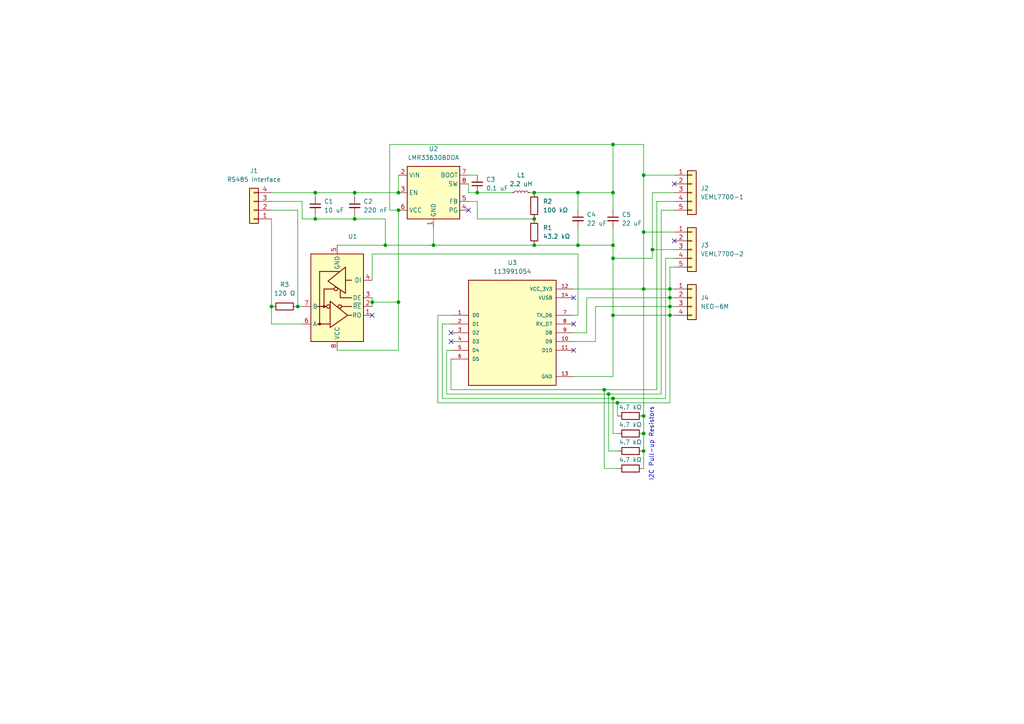
<source format=kicad_sch>
(kicad_sch (version 20250114) (generator "eeschema") (generator_version "9.0")
  (paper "A4")
  (title_block (title "EGR101 Module Schematic"))
  (lib_symbols
    (symbol "113991054:113991054" (pin_names (offset 1.016))
      (property "Reference" "U" (at -12.7 16.002 0))
      (property "Value" "113991054" (at -12.7 -17.78 0))
      (symbol "113991054_0_0"
        (rectangle (start -12.7 -15.24) (end 12.7 15.24) (stroke (width 0.254)) (fill (type background)))
        (pin bidirectional line (at -17.78 5.08 0) (length 5.08) (name "D0") (number "1"))
        (pin bidirectional line (at -17.78 2.54 0) (length 5.08) (name "D1") (number "2"))
        (pin bidirectional line (at -17.78 0 0) (length 5.08) (name "D2") (number "3"))
        (pin bidirectional line (at -17.78 -2.54 0) (length 5.08) (name "D3") (number "4"))
        (pin bidirectional line (at -17.78 -5.08 0) (length 5.08) (name "D4") (number "5"))
        (pin bidirectional line (at -17.78 -7.62 0) (length 5.08) (name "D5") (number "6"))
        (pin power_in line (at 17.78 12.7 180) (length 5.08) (name "VCC_3V3") (number "12"))
        (pin power_in line (at 17.78 10.16 180) (length 5.08) (name "VUSB") (number "14"))
        (pin bidirectional line (at 17.78 5.08 180) (length 5.08) (name "TX_D6") (number "7"))
        (pin bidirectional line (at 17.78 2.54 180) (length 5.08) (name "RX_D7") (number "8"))
        (pin bidirectional line (at 17.78 0 180) (length 5.08) (name "D8") (number "9"))
        (pin bidirectional line (at 17.78 -2.54 180) (length 5.08) (name "D9") (number "10"))
        (pin bidirectional line (at 17.78 -5.08 180) (length 5.08) (name "D10") (number "11"))
        (pin power_in line (at 17.78 -12.7 180) (length 5.08) (name "GND") (number "13"))
      )
    )
    (symbol "Conn_01x04_1" (pin_names (offset 1.016) (hide yes))
      (property "Reference" "J" (at 0 5.08 0))
      (property "Value" "Conn_01x04" (at 0 -7.62 0))
      (symbol "Conn_01x04_1_1_1"
        (rectangle (start -1.27 3.81) (end 1.27 -6.35) (stroke (width 0.254)) (fill (type background)))
        (rectangle (start -1.27 2.667) (end 0 2.413) (stroke (width 0.1524)))
        (rectangle (start -1.27 0.127) (end 0 -0.127) (stroke (width 0.1524)))
        (rectangle (start -1.27 -2.413) (end 0 -2.667) (stroke (width 0.1524)))
        (rectangle (start -1.27 -4.953) (end 0 -5.207) (stroke (width 0.1524)))
        (pin passive line (at -5.08 2.54 0) (length 3.81) (name "Pin_1") (number "1"))
        (pin passive line (at -5.08 0 0) (length 3.81) (name "Pin_2") (number "2"))
        (pin passive line (at -5.08 -2.54 0) (length 3.81) (name "Pin_3") (number "3"))
        (pin passive line (at -5.08 -5.08 0) (length 3.81) (name "Pin_4") (number "4"))
      )
    )
    (symbol "Connector_Generic:Conn_01x04" (pin_names (offset 1.016) (hide yes))
      (property "Reference" "J1" (at 0 -11.43 0))
      (property "Value" "RS485 Interface" (at 0 -8.89 0))
      (symbol "Conn_01x04_1_1"
        (rectangle (start -1.27 3.81) (end 1.27 -6.35) (stroke (width 0.254)) (fill (type background)))
        (rectangle (start -1.27 2.667) (end 0 2.413) (stroke (width 0.1524)))
        (rectangle (start -1.27 0.127) (end 0 -0.127) (stroke (width 0.1524)))
        (rectangle (start -1.27 -2.413) (end 0 -2.667) (stroke (width 0.1524)))
        (rectangle (start -1.27 -4.953) (end 0 -5.207) (stroke (width 0.1524)))
        (pin output line (at -5.08 2.54 0) (length 3.81) (name "Pin_1") (number "1"))
        (pin output line (at -5.08 0 0) (length 3.81) (name "Pin_2") (number "2"))
        (pin power_out line (at -5.08 -2.54 0) (length 3.81) (name "Pin_3") (number "3"))
        (pin power_out line (at -5.08 -5.08 0) (length 3.81) (name "Pin_4") (number "4"))
      )
    )
    (symbol "Connector_Generic:Conn_01x05" (pin_names (offset 1.016) (hide yes))
      (property "Reference" "J" (at 0 7.62 0))
      (property "Value" "Conn_01x05" (at 0 -7.62 0))
      (symbol "Conn_01x05_1_1"
        (rectangle (start -1.27 6.35) (end 1.27 -6.35) (stroke (width 0.254)) (fill (type background)))
        (rectangle (start -1.27 5.207) (end 0 4.953) (stroke (width 0.1524)))
        (rectangle (start -1.27 2.667) (end 0 2.413) (stroke (width 0.1524)))
        (rectangle (start -1.27 0.127) (end 0 -0.127) (stroke (width 0.1524)))
        (rectangle (start -1.27 -2.413) (end 0 -2.667) (stroke (width 0.1524)))
        (rectangle (start -1.27 -4.953) (end 0 -5.207) (stroke (width 0.1524)))
        (pin passive line (at -5.08 5.08 0) (length 3.81) (name "Pin_1") (number "1"))
        (pin passive line (at -5.08 2.54 0) (length 3.81) (name "Pin_2") (number "2"))
        (pin passive line (at -5.08 0 0) (length 3.81) (name "Pin_3") (number "3"))
        (pin passive line (at -5.08 -2.54 0) (length 3.81) (name "Pin_4") (number "4"))
        (pin passive line (at -5.08 -5.08 0) (length 3.81) (name "Pin_5") (number "5"))
      )
    )
    (symbol "Device:C_Small" (pin_numbers (hide yes)) (pin_names (offset 0.254) (hide yes))
      (property "Reference" "C" (at 0.254 1.778 0))
      (property "Value" "C_Small" (at 0.254 -2.032 0))
      (symbol "C_Small_0_1"
        (polyline (pts (xy -1.524 0.508) (xy 1.524 0.508)) (stroke (width 0.3048)))
        (polyline (pts (xy -1.524 -0.508) (xy 1.524 -0.508)) (stroke (width 0.3302)))
      )
      (symbol "C_Small_1_1"
        (pin passive line (at 0 2.54 270) (length 2.032) (name "~") (number "1"))
        (pin passive line (at 0 -2.54 90) (length 2.032) (name "~") (number "2"))
      )
    )
    (symbol "Device:L_Small" (pin_numbers (hide yes)) (pin_names (offset 0.254) (hide yes))
      (property "Reference" "L" (at 0.762 1.016 0))
      (property "Value" "L_Small" (at 0.762 -1.016 0))
      (symbol "L_Small_0_1"
        (arc (start 0 2.032) (mid 0.5058 1.524) (end 0 1.016))
        (arc (start 0 1.016) (mid 0.5058 0.508) (end 0 0))
        (arc (start 0 0) (mid 0.5058 -0.508) (end 0 -1.016))
        (arc (start 0 -1.016) (mid 0.5058 -1.524) (end 0 -2.032))
      )
      (symbol "L_Small_1_1"
        (pin passive line (at 0 2.54 270) (length 0.508) (name "~") (number "1"))
        (pin passive line (at 0 -2.54 90) (length 0.508) (name "~") (number "2"))
      )
    )
    (symbol "Device:R" (pin_numbers (hide yes)) (pin_names (offset 0))
      (property "Reference" "R" (at 2.032 0 90))
      (property "Value" "R" (at 0 0 90))
      (symbol "R_0_1"
        (rectangle (start -1.016 -2.54) (end 1.016 2.54) (stroke (width 0.254)))
      )
      (symbol "R_1_1"
        (pin passive line (at 0 3.81 270) (length 1.27) (name "~") (number "1"))
        (pin passive line (at 0 -3.81 90) (length 1.27) (name "~") (number "2"))
      )
    )
    (symbol "Interface_UART:MAX3485"
      (property "Reference" "U1" (at -3.1181 -17.78 0))
      (symbol "MAX3485_0_1"
        (rectangle (start -7.62 12.7) (end 7.62 -12.7) (stroke (width 0.254)) (fill (type background)))
        (polyline (pts (xy -4.191 2.54) (xy -1.27 2.54)) (stroke (width 0.254)))
        (polyline (pts (xy -4.191 0) (xy -0.889 0) (xy -0.889 -2.286)) (stroke (width 0.254)))
        (polyline (pts (xy -3.175 5.08) (xy -4.191 5.08) (xy -4.064 5.08)) (stroke (width 0.254)))
        (polyline (pts (xy -2.54 -5.08) (xy -4.191 -5.08)) (stroke (width 0.254)))
        (polyline (pts (xy -2.413 -5.08) (xy -2.413 -1.27) (xy 2.667 -4.826) (xy -2.413 -8.89) (xy -2.413 -5.08)) (stroke (width 0.254)))
        (polyline (pts (xy -0.635 -7.62) (xy 5.08 -7.62)) (stroke (width 0.254)))
        (circle (center 0.381 -2.54) (radius 0.508) (stroke (width 0.254)))
        (polyline (pts (xy 0.889 -2.54) (xy 3.81 -2.54)) (stroke (width 0.254)))
        (polyline (pts (xy 2.032 7.62) (xy 5.715 7.62)) (stroke (width 0.254)))
        (polyline (pts (xy 3.048 2.54) (xy 5.715 2.54)) (stroke (width 0.254)))
        (circle (center 3.81 2.54) (radius 0.2794) (stroke (width 0.254)) (fill (type outline)))
        (polyline (pts (xy 3.81 -2.54) (xy 3.81 2.54)) (stroke (width 0.254)))
        (polyline (pts (xy 5.08 -7.62) (xy 5.08 7.62)) (stroke (width 0.254)))
      )
      (symbol "MAX3485_1_1"
        (circle (center -0.762 2.54) (radius 0.508) (stroke (width 0.254)))
        (polyline (pts (xy 2.032 4.826) (xy 2.032 8.636) (xy -3.048 5.08) (xy 2.032 1.016) (xy 2.032 4.826)) (stroke (width 0.254)))
        (circle (center 2.54 2.54) (radius 0.508) (stroke (width 0.254)))
        (circle (center 5.08 7.62) (radius 0.2794) (stroke (width 0.254)) (fill (type outline)))
        (pin output line (at -10.16 5.08 0) (length 2.54) (name "RO") (number "1"))
        (pin input line (at -10.16 2.54 0) (length 2.54) (name "~{RE}") (number "2"))
        (pin input line (at -10.16 0 0) (length 2.54) (name "DE") (number "3"))
        (pin input line (at -10.16 -5.08 0) (length 2.54) (name "DI") (number "4"))
        (pin power_in line (at 0 15.24 270) (length 2.54) (name "VCC") (number "8"))
        (pin power_in line (at 0 -15.24 90) (length 2.54) (name "GND") (number "5"))
        (pin bidirectional line (at 10.16 7.62 180) (length 2.54) (name "A") (number "6"))
        (pin bidirectional line (at 10.16 2.54 180) (length 2.54) (name "B") (number "7"))
      )
    )
    (symbol "Regulator_Switching:LMR33630BDDA"
      (property "Reference" "U" (at 0 11.43 0))
      (property "Value" "LMR33630BDDA" (at 0 8.89 0))
      (symbol "LMR33630BDDA_0_1"
        (rectangle (start -7.62 7.62) (end 7.62 -7.62) (stroke (width 0.254)) (fill (type background)))
      )
      (symbol "LMR33630BDDA_1_1"
        (pin power_in line (at -10.16 5.08 0) (length 2.54) (name "VIN") (number "2"))
        (pin input line (at -10.16 0 0) (length 2.54) (name "EN") (number "3"))
        (pin power_out line (at -10.16 -5.08 0) (length 2.54) (name "VCC") (number "6"))
        (pin power_in line (at 0 -10.16 90) (length 2.54) (name "GND") (number "1"))
        (pin passive line (at 0 -10.16 90) (length 2.54) (hide yes) (name "GND") (number "9"))
        (pin input line (at 10.16 5.08 180) (length 2.54) (name "BOOT") (number "7"))
        (pin output line (at 10.16 2.54 180) (length 2.54) (name "SW") (number "8"))
        (pin input line (at 10.16 -2.54 180) (length 2.54) (name "FB") (number "5"))
        (pin open_collector line (at 10.16 -5.08 180) (length 2.54) (name "PG") (number "4"))
      )
    )
  )
  (text "I2C Pull-up Resistors\n" (at 188.976 128.778 90) (effects (font (size 1.27 1.27))))
  (junction (at 154.94 55.88))
  (junction (at 186.69 125.73))
  (junction (at 102.87 63.5))
  (junction (at 91.44 55.88))
  (junction (at 115.57 55.88))
  (junction (at 154.94 71.12))
  (junction (at 186.69 83.82))
  (junction (at 194.31 88.9))
  (junction (at 186.69 67.31))
  (junction (at 177.8 71.12))
  (junction (at 154.94 63.5))
  (junction (at 86.36 88.9))
  (junction (at 186.69 130.81))
  (junction (at 91.44 63.5))
  (junction (at 177.8 55.88))
  (junction (at 111.76 71.12))
  (junction (at 177.8 115.57))
  (junction (at 138.43 55.88))
  (junction (at 177.8 91.44))
  (junction (at 102.87 55.88))
  (junction (at 179.07 116.84))
  (junction (at 167.64 55.88))
  (junction (at 194.31 83.82))
  (junction (at 125.73 71.12))
  (junction (at 186.69 120.65))
  (junction (at 115.57 60.96))
  (junction (at 186.69 50.8))
  (junction (at 175.26 113.03))
  (junction (at 107.95 87.63))
  (junction (at 189.23 72.39))
  (junction (at 177.8 41.91))
  (junction (at 176.53 114.3))
  (junction (at 115.57 87.63))
  (junction (at 78.74 88.9))
  (junction (at 194.31 86.36))
  (junction (at 194.31 91.44))
  (junction (at 177.8 74.93))
  (junction (at 167.64 71.12))
  (no_connect (at 135.89 60.96))
  (no_connect (at 195.58 53.34))
  (no_connect (at 166.37 86.36))
  (no_connect (at 107.95 91.44))
  (no_connect (at 195.58 69.85))
  (no_connect (at 166.37 101.6))
  (no_connect (at 166.37 93.98))
  (no_connect (at 130.81 99.06))
  (no_connect (at 130.81 96.52))
  (wire (pts (xy 138.43 63.5) (xy 154.94 63.5)))
  (wire (pts (xy 166.37 83.82) (xy 186.69 83.82)))
  (wire (pts (xy 194.31 88.9) (xy 172.72 88.9)))
  (wire (pts (xy 195.58 83.82) (xy 194.31 83.82)))
  (wire (pts (xy 177.8 109.22) (xy 166.37 109.22)))
  (wire (pts (xy 166.37 96.52) (xy 170.18 96.52)))
  (wire (pts (xy 102.87 62.23) (xy 102.87 63.5)))
  (wire (pts (xy 189.23 72.39) (xy 189.23 74.93)))
  (wire (pts (xy 113.03 60.96) (xy 115.57 60.96)))
  (wire (pts (xy 154.94 55.88) (xy 167.64 55.88)))
  (wire (pts (xy 193.04 74.93) (xy 195.58 74.93)))
  (wire (pts (xy 135.89 58.42) (xy 138.43 58.42)))
  (wire (pts (xy 194.31 88.9) (xy 194.31 86.36)))
  (wire (pts (xy 138.43 55.88) (xy 148.59 55.88)))
  (wire (pts (xy 190.5 58.42) (xy 195.58 58.42)))
  (wire (pts (xy 194.31 116.84) (xy 194.31 91.44)))
  (wire (pts (xy 186.69 83.82) (xy 194.31 83.82)))
  (wire (pts (xy 194.31 91.44) (xy 194.31 88.9)))
  (wire (pts (xy 135.89 53.34) (xy 135.89 55.88)))
  (wire (pts (xy 135.89 50.8) (xy 138.43 50.8)))
  (wire (pts (xy 167.64 73.66) (xy 107.95 73.66)))
  (wire (pts (xy 177.8 41.91) (xy 177.8 55.88)))
  (wire (pts (xy 195.58 91.44) (xy 194.31 91.44)))
  (wire (pts (xy 189.23 55.88) (xy 189.23 72.39)))
  (wire (pts (xy 177.8 41.91) (xy 186.69 41.91)))
  (wire (pts (xy 102.87 55.88) (xy 115.57 55.88)))
  (wire (pts (xy 166.37 91.44) (xy 167.64 91.44)))
  (wire (pts (xy 186.69 125.73) (xy 186.69 130.81)))
  (wire (pts (xy 87.63 63.5) (xy 91.44 63.5)))
  (wire (pts (xy 78.74 58.42) (xy 87.63 58.42)))
  (wire (pts (xy 167.64 55.88) (xy 177.8 55.88)))
  (wire (pts (xy 189.23 72.39) (xy 195.58 72.39)))
  (wire (pts (xy 177.8 125.73) (xy 179.07 125.73)))
  (wire (pts (xy 154.94 71.12) (xy 167.64 71.12)))
  (wire (pts (xy 78.74 93.98) (xy 87.63 93.98)))
  (wire (pts (xy 91.44 55.88) (xy 102.87 55.88)))
  (wire (pts (xy 130.81 91.44) (xy 127 91.44)))
  (wire (pts (xy 86.36 60.96) (xy 86.36 88.9)))
  (wire (pts (xy 177.8 115.57) (xy 128.27 115.57)))
  (wire (pts (xy 107.95 86.36) (xy 107.95 87.63)))
  (wire (pts (xy 175.26 113.03) (xy 190.5 113.03)))
  (wire (pts (xy 177.8 74.93) (xy 189.23 74.93)))
  (wire (pts (xy 129.54 101.6) (xy 129.54 114.3)))
  (wire (pts (xy 167.64 91.44) (xy 167.64 73.66)))
  (wire (pts (xy 179.07 116.84) (xy 179.07 120.65)))
  (wire (pts (xy 107.95 87.63) (xy 107.95 88.9)))
  (wire (pts (xy 115.57 87.63) (xy 115.57 101.6)))
  (wire (pts (xy 177.8 91.44) (xy 177.8 109.22)))
  (wire (pts (xy 193.04 74.93) (xy 193.04 115.57)))
  (wire (pts (xy 167.64 66.04) (xy 167.64 71.12)))
  (wire (pts (xy 172.72 99.06) (xy 166.37 99.06)))
  (wire (pts (xy 186.69 67.31) (xy 186.69 83.82)))
  (wire (pts (xy 135.89 55.88) (xy 138.43 55.88)))
  (wire (pts (xy 175.26 135.89) (xy 179.07 135.89)))
  (wire (pts (xy 113.03 60.96) (xy 113.03 41.91)))
  (wire (pts (xy 78.74 63.5) (xy 78.74 88.9)))
  (wire (pts (xy 194.31 86.36) (xy 194.31 83.82)))
  (wire (pts (xy 170.18 96.52) (xy 170.18 86.36)))
  (wire (pts (xy 130.81 101.6) (xy 129.54 101.6)))
  (wire (pts (xy 107.95 87.63) (xy 115.57 87.63)))
  (wire (pts (xy 177.8 71.12) (xy 177.8 74.93)))
  (wire (pts (xy 78.74 55.88) (xy 91.44 55.88)))
  (wire (pts (xy 102.87 63.5) (xy 111.76 63.5)))
  (wire (pts (xy 111.76 63.5) (xy 111.76 71.12)))
  (wire (pts (xy 186.69 50.8) (xy 186.69 67.31)))
  (wire (pts (xy 177.8 115.57) (xy 177.8 125.73)))
  (wire (pts (xy 172.72 88.9) (xy 172.72 99.06)))
  (wire (pts (xy 190.5 113.03) (xy 190.5 58.42)))
  (wire (pts (xy 128.27 115.57) (xy 128.27 93.98)))
  (wire (pts (xy 195.58 86.36) (xy 194.31 86.36)))
  (wire (pts (xy 87.63 58.42) (xy 87.63 63.5)))
  (wire (pts (xy 177.8 60.96) (xy 177.8 55.88)))
  (wire (pts (xy 186.69 83.82) (xy 186.69 120.65)))
  (wire (pts (xy 176.53 114.3) (xy 129.54 114.3)))
  (wire (pts (xy 78.74 88.9) (xy 78.74 93.98)))
  (wire (pts (xy 179.07 116.84) (xy 194.31 116.84)))
  (wire (pts (xy 125.73 71.12) (xy 125.73 66.04)))
  (wire (pts (xy 86.36 88.9) (xy 87.63 88.9)))
  (wire (pts (xy 78.74 60.96) (xy 86.36 60.96)))
  (wire (pts (xy 128.27 93.98) (xy 130.81 93.98)))
  (wire (pts (xy 176.53 130.81) (xy 179.07 130.81)))
  (wire (pts (xy 115.57 101.6) (xy 97.79 101.6)))
  (wire (pts (xy 195.58 88.9) (xy 194.31 88.9)))
  (wire (pts (xy 186.69 41.91) (xy 186.69 50.8)))
  (wire (pts (xy 130.81 113.03) (xy 175.26 113.03)))
  (wire (pts (xy 153.67 55.88) (xy 154.94 55.88)))
  (wire (pts (xy 194.31 77.47) (xy 194.31 83.82)))
  (wire (pts (xy 97.79 71.12) (xy 111.76 71.12)))
  (wire (pts (xy 177.8 71.12) (xy 177.8 66.04)))
  (wire (pts (xy 186.69 50.8) (xy 195.58 50.8)))
  (wire (pts (xy 102.87 55.88) (xy 102.87 57.15)))
  (wire (pts (xy 186.69 130.81) (xy 186.69 135.89)))
  (wire (pts (xy 127 116.84) (xy 179.07 116.84)))
  (wire (pts (xy 177.8 91.44) (xy 194.31 91.44)))
  (wire (pts (xy 130.81 104.14) (xy 130.81 113.03)))
  (wire (pts (xy 91.44 55.88) (xy 91.44 57.15)))
  (wire (pts (xy 138.43 58.42) (xy 138.43 63.5)))
  (wire (pts (xy 167.64 60.96) (xy 167.64 55.88)))
  (wire (pts (xy 113.03 41.91) (xy 177.8 41.91)))
  (wire (pts (xy 191.77 60.96) (xy 191.77 114.3)))
  (wire (pts (xy 127 91.44) (xy 127 116.84)))
  (wire (pts (xy 107.95 73.66) (xy 107.95 81.28)))
  (wire (pts (xy 186.69 67.31) (xy 195.58 67.31)))
  (wire (pts (xy 115.57 60.96) (xy 115.57 87.63)))
  (wire (pts (xy 186.69 120.65) (xy 186.69 125.73)))
  (wire (pts (xy 195.58 55.88) (xy 189.23 55.88)))
  (wire (pts (xy 115.57 50.8) (xy 115.57 55.88)))
  (wire (pts (xy 170.18 86.36) (xy 194.31 86.36)))
  (wire (pts (xy 167.64 71.12) (xy 177.8 71.12)))
  (wire (pts (xy 91.44 63.5) (xy 102.87 63.5)))
  (wire (pts (xy 111.76 71.12) (xy 125.73 71.12)))
  (wire (pts (xy 91.44 62.23) (xy 91.44 63.5)))
  (wire (pts (xy 175.26 113.03) (xy 175.26 135.89)))
  (wire (pts (xy 191.77 60.96) (xy 195.58 60.96)))
  (wire (pts (xy 191.77 114.3) (xy 176.53 114.3)))
  (wire (pts (xy 125.73 71.12) (xy 154.94 71.12)))
  (wire (pts (xy 176.53 114.3) (xy 176.53 130.81)))
  (wire (pts (xy 194.31 77.47) (xy 195.58 77.47)))
  (wire (pts (xy 193.04 115.57) (xy 177.8 115.57)))
  (wire (pts (xy 177.8 74.93) (xy 177.8 91.44)))
  (symbol (lib_id "Device:R") (at 182.88 120.65 90) (unit 1)
    (property "Reference" "R8" (effects (hide yes)))
    (property "Value" "4.7 kΩ" (at 186.182 118.11 90) (effects (justify left)))
    (property "Description" "Resistor" (effects (hide yes)))
  )
  (symbol (lib_id "Device:L_Small") (at 151.13 55.88 90) (unit 1)
    (property "Reference" "L1" (at 151.13 50.8 90))
    (property "Value" "2.2 uH" (at 151.13 53.34 90))
    (property "Footprint" "Inductor_SMD:L_1008_2520Metric_Pad1.43x2.20mm_HandSolder" (effects (hide yes)))
    (property "Description" "Inductor, small symbol" (effects (hide yes)))
  )
  (symbol (lib_id "Device:C_Small") (at 102.87 59.69 0) (unit 1)
    (property "Reference" "C2" (at 105.41 58.4262 0) (effects (justify left)))
    (property "Value" "220 nF" (at 105.41 60.9662 0) (effects (justify left)))
    (property "Footprint" "Capacitor_SMD:C_0402_1005Metric_Pad0.74x0.62mm_HandSolder" (effects (hide yes)))
    (property "Description" "Unpolarized capacitor, small symbol" (effects (hide yes)))
  )
  (symbol (lib_id "Device:C_Small") (at 138.43 53.34 180) (unit 1)
    (property "Reference" "C3" (at 140.97 52.0635 0) (effects (justify right)))
    (property "Value" "0.1 uF" (at 140.97 54.6035 0) (effects (justify right)))
    (property "Footprint" "Capacitor_SMD:C_0201_0603Metric_Pad0.64x0.40mm_HandSolder" (effects (hide yes)))
    (property "Description" "Unpolarized capacitor, small symbol" (effects (hide yes)))
  )
  (symbol (lib_id "Connector_Generic:Conn_01x05") (at 200.66 72.39 0) (unit 1)
    (property "Reference" "J3" (at 203.2 71.1199 0) (effects (justify left)))
    (property "Value" "VEML7700-2" (at 203.2 73.6599 0) (effects (justify left)))
    (property "Footprint" "Connector_PinHeader_1.00mm:PinHeader_1x05_P1.00mm_Vertical" (effects (hide yes)))
    (property "Description" "Generic connector, single row, 01x05, script generated (kicad-library-utils/schlib/autogen/connector/)" (effects (hide yes)))
  )
  (symbol (lib_id "Connector_Generic:Conn_01x04") (at 73.66 60.96 180) (unit 1)
    (property "Reference" "J1" (at 73.66 49.53 0))
    (property "Value" "RS485 Interface" (at 73.66 52.07 0))
    (property "Footprint" "Connector_PinHeader_1.00mm:PinHeader_1x04_P1.00mm_Vertical" (effects (hide yes)))
    (property "Description" "Generic connector, single row, 01x04, script generated (kicad-library-utils/schlib/autogen/connector/)" (effects (hide yes)))
  )
  (symbol (lib_id "Device:R") (at 154.94 59.69 0) (unit 1)
    (property "Reference" "R2" (at 157.48 58.4199 0) (effects (justify left)))
    (property "Value" "100 kΩ" (at 157.48 60.9599 0) (effects (justify left)))
    (property "Footprint" "Resistor_SMD:R_0402_1005Metric_Pad0.72x0.64mm_HandSolder" (effects (hide yes)))
    (property "Description" "Resistor" (effects (hide yes)))
  )
  (symbol (lib_name "Conn_01x04_1") (lib_id "Connector_Generic:Conn_01x04") (at 200.66 86.36 0) (unit 1)
    (property "Reference" "J4" (at 203.2 86.3599 0) (effects (justify left)))
    (property "Value" "NEO-6M" (at 203.2 88.8999 0) (effects (justify left)))
    (property "Description" "Generic connector, single row, 01x04, script generated (kicad-library-utils/schlib/autogen/connector/)" (effects (hide yes)))
  )
  (symbol (lib_id "Device:C_Small") (at 167.64 63.5 0) (unit 1)
    (property "Reference" "C4" (at 170.18 62.2362 0) (effects (justify left)))
    (property "Value" "22 uF" (at 170.18 64.7762 0) (effects (justify left)))
    (property "Footprint" "Capacitor_SMD:C_0201_0603Metric_Pad0.64x0.40mm_HandSolder" (effects (hide yes)))
    (property "Description" "Unpolarized capacitor, small symbol" (effects (hide yes)))
  )
  (symbol (lib_id "Device:C_Small") (at 91.44 59.69 0) (unit 1)
    (property "Reference" "C1" (at 93.98 58.4262 0) (effects (justify left)))
    (property "Value" "10 uF" (at 93.98 60.9662 0) (effects (justify left)))
    (property "Footprint" "Capacitor_SMD:C_0805_2012Metric_Pad1.18x1.45mm_HandSolder" (effects (hide yes)))
    (property "Description" "Unpolarized capacitor, small symbol" (effects (hide yes)))
  )
  (symbol (lib_id "Connector_Generic:Conn_01x05") (at 200.66 55.88 0) (unit 1)
    (property "Reference" "J2" (at 203.2 54.6099 0) (effects (justify left)))
    (property "Value" "VEML7700-1" (at 203.2 57.1499 0) (effects (justify left)))
    (property "Footprint" "Connector_PinHeader_1.00mm:PinHeader_1x05_P1.00mm_Vertical" (effects (hide yes)))
    (property "Description" "Generic connector, single row, 01x05, script generated (kicad-library-utils/schlib/autogen/connector/)" (effects (hide yes)))
  )
  (symbol (lib_id "Device:C_Small") (at 177.8 63.5 0) (unit 1)
    (property "Reference" "C5" (at 180.34 62.2362 0) (effects (justify left)))
    (property "Value" "22 uF" (at 180.34 64.7762 0) (effects (justify left)))
    (property "Footprint" "Capacitor_SMD:C_0201_0603Metric_Pad0.64x0.40mm_HandSolder" (effects (hide yes)))
    (property "Description" "Unpolarized capacitor, small symbol" (effects (hide yes)))
  )
  (symbol (lib_id "Device:R") (at 182.88 125.73 90) (unit 1)
    (property "Reference" "R4" (effects (hide yes)))
    (property "Value" "4.7 kΩ" (at 186.182 123.19 90) (effects (justify left)))
    (property "Description" "Resistor" (effects (hide yes)))
  )
  (symbol (lib_id "Device:R") (at 82.55 88.9 90) (unit 1)
    (property "Reference" "R3" (at 82.55 82.55 90))
    (property "Value" "120 Ω" (at 82.55 85.09 90))
    (property "Footprint" "Resistor_SMD:R_0402_1005Metric_Pad0.72x0.64mm_HandSolder" (effects (hide yes)))
    (property "Description" "Resistor" (effects (hide yes)))
  )
  (symbol (lib_id "Device:R") (at 154.94 67.31 0) (unit 1)
    (property "Reference" "R1" (at 157.48 66.0399 0) (effects (justify left)))
    (property "Value" "43.2 kΩ" (at 157.48 68.5799 0) (effects (justify left)))
    (property "Footprint" "Resistor_SMD:R_0402_1005Metric_Pad0.72x0.64mm_HandSolder" (effects (hide yes)))
    (property "Description" "Resistor" (effects (hide yes)))
  )
  (symbol (lib_id "Device:R") (at 182.88 130.81 90) (unit 1)
    (property "Reference" "R5" (effects (hide yes)))
    (property "Value" "4.7 kΩ" (at 186.182 128.27 90) (effects (justify left)))
    (property "Description" "Resistor" (effects (hide yes)))
  )
  (symbol (lib_id "113991054:113991054") (at 148.59 96.52 0) (unit 1)
    (property "Reference" "U3" (at 148.59 76.2 0))
    (property "Value" "113991054" (at 148.59 78.74 0))
    (property "Footprint" "Library:MODULE_113991054" (effects (hide yes)))
    (property "PARTREV" "23/05/2022" (effects (hide yes)))
    (property "MANUFACTURER" "Seeed Technology" (effects (hide yes)))
    (property "SNAPEDA_PN" "113991054" (effects (hide yes)))
    (property "MAXIMUM_PACKAGE_HEIGHT" "N/A" (effects (hide yes)))
    (property "STANDARD" "Manufacturer Recommendations" (effects (hide yes)))
  )
  (symbol (lib_id "Device:R") (at 182.88 135.89 90) (unit 1)
    (property "Reference" "R6" (effects (hide yes)))
    (property "Value" "4.7 kΩ" (at 186.182 133.35 90) (effects (justify left)))
    (property "Description" "Resistor" (effects (hide yes)))
  )
  (symbol (lib_id "Regulator_Switching:LMR33630BDDA") (at 125.73 55.88 0) (unit 1)
    (property "Reference" "U2" (at 125.73 43.18 0))
    (property "Value" "LMR33630BDDA" (at 125.73 45.72 0))
    (property "Footprint" "Package_SO:Texas_HSOP-8-1EP_3.9x4.9mm_P1.27mm_ThermalVias" (effects (hide yes)))
    (property "Datasheet" "http://www.ti.com/lit/ds/symlink/lmr33630.pdf" (effects (hide yes)))
    (property "Description" "Simple Switcher Synchronous Buck Regulator, Vin=3.8-36V, Iout=3A, F=1400kHz, Adjustable output voltage, HSOP-8" (effects (hide yes)))
  )
  (symbol (lib_id "Interface_UART:MAX3485") (at 97.79 86.36 180) (unit 1)
    (property "Reference" "U1" (at 100.9081 68.58 0) (effects (justify right)))
    (property "Value" "MAX3485" (effects (hide yes)))
    (property "Footprint" "Package_SO:SOIC-8_3.9x4.9mm_P1.27mm" (effects (hide yes)))
    (property "Datasheet" "https://datasheets.maximintegrated.com/en/ds/MAX3483-MAX3491.pdf" (effects (hide yes)))
    (property "Description" "True RS-485/RS-422, 10Mbps, Slew-Rate Limited, with low-power shutdown, with receiver/driver enable, 32 receiver drive capacitity, DIP-8 and SOIC-8" (effects (hide yes)))
  )
)
</source>
